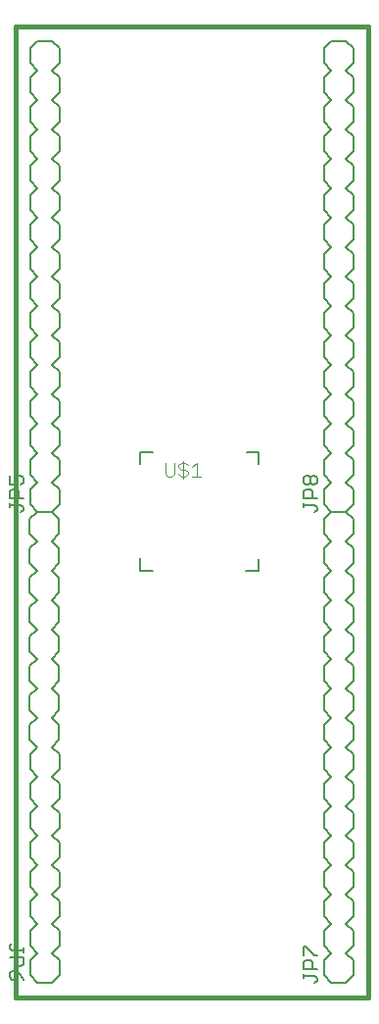
<source format=gko>
G75*
%MOIN*%
%OFA0B0*%
%FSLAX24Y24*%
%IPPOS*%
%LPD*%
%AMOC8*
5,1,8,0,0,1.08239X$1,22.5*
%
%ADD10C,0.0160*%
%ADD11C,0.0050*%
%ADD12C,0.0080*%
%ADD13C,0.0040*%
D10*
X000514Y000180D02*
X012514Y000180D01*
X012514Y033180D01*
X000514Y033180D01*
X000514Y000180D01*
D11*
X000470Y000783D02*
X000395Y000783D01*
X000319Y000858D01*
X000319Y001008D01*
X000394Y001083D01*
X000544Y001084D01*
X000545Y000859D01*
X000470Y000783D01*
X000695Y000934D02*
X000544Y001084D01*
X000544Y001244D02*
X000469Y001319D01*
X000468Y001544D01*
X000318Y001544D02*
X000769Y001544D01*
X000769Y001319D01*
X000694Y001244D01*
X000544Y001244D01*
X000695Y000934D02*
X000770Y000784D01*
X000768Y001705D02*
X000768Y001855D01*
X000768Y001780D02*
X000393Y001779D01*
X000318Y001854D01*
X000317Y001929D01*
X000392Y002004D01*
X000694Y016675D02*
X000769Y016750D01*
X000769Y016825D01*
X000694Y016900D01*
X000318Y016900D01*
X000318Y016825D02*
X000318Y016975D01*
X000318Y017135D02*
X000318Y017361D01*
X000393Y017436D01*
X000544Y017436D01*
X000619Y017361D01*
X000619Y017135D01*
X000769Y017135D02*
X000318Y017135D01*
X000318Y017596D02*
X000544Y017596D01*
X000469Y017746D01*
X000469Y017821D01*
X000544Y017896D01*
X000694Y017896D01*
X000769Y017821D01*
X000769Y017671D01*
X000694Y017596D01*
X000318Y017596D02*
X000318Y017896D01*
X004756Y018294D02*
X004756Y018314D01*
X005150Y018688D02*
X005169Y018688D01*
X008358Y014672D02*
X008378Y014672D01*
X008772Y015066D02*
X008772Y015086D01*
X010318Y016825D02*
X010318Y016975D01*
X010318Y016900D02*
X010694Y016900D01*
X010769Y016825D01*
X010769Y016750D01*
X010694Y016675D01*
X010769Y017135D02*
X010318Y017135D01*
X010318Y017361D01*
X010393Y017436D01*
X010544Y017436D01*
X010619Y017361D01*
X010619Y017135D01*
X010619Y017596D02*
X010544Y017671D01*
X010544Y017821D01*
X010619Y017896D01*
X010694Y017896D01*
X010769Y017821D01*
X010769Y017671D01*
X010694Y017596D01*
X010619Y017596D01*
X010544Y017671D02*
X010469Y017596D01*
X010393Y017596D01*
X010318Y017671D01*
X010318Y017821D01*
X010393Y017896D01*
X010469Y017896D01*
X010544Y017821D01*
X010393Y001896D02*
X010694Y001596D01*
X010769Y001596D01*
X010544Y001436D02*
X010619Y001361D01*
X010619Y001135D01*
X010769Y001135D02*
X010318Y001135D01*
X010318Y001361D01*
X010393Y001436D01*
X010544Y001436D01*
X010318Y001596D02*
X010318Y001896D01*
X010393Y001896D01*
X010318Y000975D02*
X010318Y000825D01*
X010318Y000900D02*
X010694Y000900D01*
X010769Y000825D01*
X010769Y000750D01*
X010694Y000675D01*
D12*
X011014Y000930D02*
X011014Y001430D01*
X011264Y001680D01*
X011014Y001930D01*
X011014Y002430D01*
X011264Y002680D01*
X011014Y002930D01*
X011014Y003430D01*
X011264Y003680D01*
X011014Y003930D01*
X011014Y004430D01*
X011264Y004680D01*
X011014Y004930D01*
X011014Y005430D01*
X011264Y005680D01*
X011014Y005930D01*
X011014Y006430D01*
X011264Y006680D01*
X011014Y006930D01*
X011014Y007430D01*
X011264Y007680D01*
X011014Y007930D01*
X011014Y008430D01*
X011264Y008680D01*
X011014Y008930D01*
X011014Y009430D01*
X011264Y009680D01*
X011014Y009930D01*
X011014Y010430D01*
X011264Y010680D01*
X011014Y010930D01*
X011014Y011430D01*
X011264Y011680D01*
X011014Y011930D01*
X011014Y012430D01*
X011264Y012680D01*
X011014Y012930D01*
X011014Y013430D01*
X011264Y013680D01*
X011014Y013930D01*
X011014Y014430D01*
X011264Y014680D01*
X011014Y014930D01*
X011014Y015430D01*
X011264Y015680D01*
X011014Y015930D01*
X011014Y016430D01*
X011264Y016680D01*
X011014Y016930D01*
X011014Y017430D01*
X011264Y017680D01*
X011014Y017930D01*
X011014Y018430D01*
X011264Y018680D01*
X011014Y018930D01*
X011014Y019430D01*
X011264Y019680D01*
X011014Y019930D01*
X011014Y020430D01*
X011264Y020680D01*
X011014Y020930D01*
X011014Y021430D01*
X011264Y021680D01*
X011014Y021930D01*
X011014Y022430D01*
X011264Y022680D01*
X011014Y022930D01*
X011014Y023430D01*
X011264Y023680D01*
X011014Y023930D01*
X011014Y024430D01*
X011264Y024680D01*
X011014Y024930D01*
X011014Y025430D01*
X011264Y025680D01*
X011014Y025930D01*
X011014Y026430D01*
X011264Y026680D01*
X011014Y026930D01*
X011014Y027430D01*
X011264Y027680D01*
X011014Y027930D01*
X011014Y028430D01*
X011264Y028680D01*
X011014Y028930D01*
X011014Y029430D01*
X011264Y029680D01*
X011014Y029930D01*
X011014Y030430D01*
X011264Y030680D01*
X011014Y030930D01*
X011014Y031430D01*
X011264Y031680D01*
X011014Y031930D01*
X011014Y032430D01*
X011264Y032680D01*
X011764Y032680D01*
X012014Y032430D01*
X012014Y031930D01*
X011764Y031680D01*
X012014Y031430D01*
X012014Y030930D01*
X011764Y030680D01*
X012014Y030430D01*
X012014Y029930D01*
X011764Y029680D01*
X012014Y029430D01*
X012014Y028930D01*
X011764Y028680D01*
X012014Y028430D01*
X012014Y027930D01*
X011764Y027680D01*
X012014Y027430D01*
X012014Y026930D01*
X011764Y026680D01*
X012014Y026430D01*
X012014Y025930D01*
X011764Y025680D01*
X012014Y025430D01*
X012014Y024930D01*
X011764Y024680D01*
X012014Y024430D01*
X012014Y023930D01*
X011764Y023680D01*
X012014Y023430D01*
X012014Y022930D01*
X011764Y022680D01*
X012014Y022430D01*
X012014Y021930D01*
X011764Y021680D01*
X012014Y021430D01*
X012014Y020930D01*
X011764Y020680D01*
X012014Y020430D01*
X012014Y019930D01*
X011764Y019680D01*
X012014Y019430D01*
X012014Y018930D01*
X011764Y018680D01*
X012014Y018430D01*
X012014Y017930D01*
X011764Y017680D01*
X012014Y017430D01*
X012014Y016930D01*
X011764Y016680D01*
X011264Y016680D01*
X011764Y016680D01*
X012014Y016430D01*
X012014Y015930D01*
X011764Y015680D01*
X012014Y015430D01*
X012014Y014930D01*
X011764Y014680D01*
X012014Y014430D01*
X012014Y013930D01*
X011764Y013680D01*
X012014Y013430D01*
X012014Y012930D01*
X011764Y012680D01*
X012014Y012430D01*
X012014Y011930D01*
X011764Y011680D01*
X012014Y011430D01*
X012014Y010930D01*
X011764Y010680D01*
X012014Y010430D01*
X012014Y009930D01*
X011764Y009680D01*
X012014Y009430D01*
X012014Y008930D01*
X011764Y008680D01*
X012014Y008430D01*
X012014Y007930D01*
X011764Y007680D01*
X012014Y007430D01*
X012014Y006930D01*
X011764Y006680D01*
X012014Y006430D01*
X012014Y005930D01*
X011764Y005680D01*
X012014Y005430D01*
X012014Y004930D01*
X011764Y004680D01*
X012014Y004430D01*
X012014Y003930D01*
X011764Y003680D01*
X012014Y003430D01*
X012014Y002930D01*
X011764Y002680D01*
X012014Y002430D01*
X012014Y001930D01*
X011764Y001680D01*
X012014Y001430D01*
X012014Y000930D01*
X011764Y000680D01*
X011264Y000680D01*
X011014Y000930D01*
X011264Y000680D02*
X011764Y000680D01*
X008772Y014672D02*
X008378Y014672D01*
X008772Y014672D02*
X008772Y015066D01*
X008772Y018294D02*
X008772Y018688D01*
X008398Y018688D01*
X011264Y016680D02*
X011764Y016680D01*
X011264Y016680D01*
X005169Y014672D02*
X004756Y014672D01*
X004756Y015105D01*
X004756Y018314D02*
X004756Y018688D01*
X005150Y018688D01*
X002014Y018930D02*
X001764Y018680D01*
X002014Y018430D01*
X002014Y017930D01*
X001764Y017680D01*
X002014Y017430D01*
X002014Y016930D01*
X001764Y016680D01*
X001264Y016680D01*
X001014Y016930D01*
X001014Y017430D01*
X001264Y017680D01*
X001014Y017930D01*
X001014Y018430D01*
X001264Y018680D01*
X001014Y018930D01*
X001014Y019430D01*
X001264Y019680D01*
X001014Y019930D01*
X001014Y020430D01*
X001264Y020680D01*
X001014Y020930D01*
X001014Y021430D01*
X001264Y021680D01*
X001014Y021930D01*
X001014Y022430D01*
X001264Y022680D01*
X001014Y022930D01*
X001014Y023430D01*
X001264Y023680D01*
X001014Y023930D01*
X001014Y024430D01*
X001264Y024680D01*
X001014Y024930D01*
X001014Y025430D01*
X001264Y025680D01*
X001014Y025930D01*
X001014Y026430D01*
X001264Y026680D01*
X001014Y026930D01*
X001014Y027430D01*
X001264Y027680D01*
X001014Y027930D01*
X001014Y028430D01*
X001264Y028680D01*
X001014Y028930D01*
X001014Y029430D01*
X001264Y029680D01*
X001014Y029930D01*
X001014Y030430D01*
X001264Y030680D01*
X001014Y030930D01*
X001014Y031430D01*
X001264Y031680D01*
X001014Y031930D01*
X001014Y032430D01*
X001264Y032680D01*
X001764Y032680D01*
X002014Y032430D01*
X002014Y031930D01*
X001764Y031680D01*
X002014Y031430D01*
X002014Y030930D01*
X001764Y030680D01*
X002014Y030430D01*
X002014Y029930D01*
X001764Y029680D01*
X002014Y029430D01*
X002014Y028930D01*
X001764Y028680D01*
X002014Y028430D01*
X002014Y027930D01*
X001764Y027680D01*
X002014Y027430D01*
X002014Y026930D01*
X001764Y026680D01*
X002014Y026430D01*
X002014Y025930D01*
X001764Y025680D01*
X002014Y025430D01*
X002014Y024930D01*
X001764Y024680D01*
X002014Y024430D01*
X002014Y023930D01*
X001764Y023680D01*
X002014Y023430D01*
X002014Y022930D01*
X001764Y022680D01*
X002014Y022430D01*
X002014Y021930D01*
X001764Y021680D01*
X002014Y021430D01*
X002014Y020930D01*
X001764Y020680D01*
X002014Y020430D01*
X002014Y019930D01*
X001764Y019680D01*
X002014Y019430D01*
X002014Y018930D01*
X001764Y016680D02*
X001264Y016680D01*
X001237Y016680D02*
X001737Y016680D01*
X001987Y016431D01*
X001988Y015931D01*
X001738Y015680D01*
X001989Y015431D01*
X001990Y014931D01*
X001740Y014680D01*
X001991Y014431D01*
X001992Y013931D01*
X001742Y013680D01*
X001992Y013431D01*
X001993Y012931D01*
X001744Y012680D01*
X001994Y012431D01*
X001995Y011931D01*
X001745Y011680D01*
X001996Y011431D01*
X001997Y010931D01*
X001747Y010680D01*
X001998Y010431D01*
X001999Y009931D01*
X001749Y009680D01*
X001999Y009431D01*
X002000Y008931D01*
X001751Y008680D01*
X002001Y008431D01*
X002002Y007931D01*
X001752Y007680D01*
X002003Y007431D01*
X002004Y006931D01*
X001754Y006680D01*
X002005Y006431D01*
X002005Y005931D01*
X001756Y005680D01*
X002006Y005431D01*
X002007Y004931D01*
X001758Y004680D01*
X002008Y004431D01*
X002009Y003931D01*
X001759Y003680D01*
X002010Y003431D01*
X002011Y002931D01*
X001761Y002680D01*
X002012Y002431D01*
X002012Y001931D01*
X001763Y001680D01*
X002013Y001431D01*
X002014Y000931D01*
X001765Y000680D01*
X001265Y000680D01*
X001014Y000929D01*
X001013Y001429D01*
X001263Y001680D01*
X001012Y001929D01*
X001012Y002429D01*
X001261Y002680D01*
X001011Y002929D01*
X001010Y003429D01*
X001259Y003680D01*
X001009Y003929D01*
X001008Y004429D01*
X001258Y004680D01*
X001007Y004929D01*
X001006Y005429D01*
X001256Y005680D01*
X001005Y005929D01*
X001005Y006429D01*
X001254Y006680D01*
X001004Y006929D01*
X001003Y007429D01*
X001252Y007680D01*
X001002Y007929D01*
X001001Y008429D01*
X001251Y008680D01*
X001000Y008929D01*
X000999Y009429D01*
X001249Y009680D01*
X000999Y009929D01*
X000998Y010429D01*
X001247Y010680D01*
X000997Y010929D01*
X000996Y011429D01*
X001245Y011680D01*
X000995Y011929D01*
X000994Y012429D01*
X001244Y012680D01*
X000993Y012929D01*
X000992Y013429D01*
X001242Y013680D01*
X000992Y013929D01*
X000991Y014429D01*
X001240Y014680D01*
X000990Y014929D01*
X000989Y015429D01*
X001238Y015680D01*
X000988Y015929D01*
X000987Y016429D01*
X001237Y016680D01*
X001737Y016680D01*
X001764Y032680D02*
X001264Y032680D01*
X011264Y032680D02*
X011764Y032680D01*
X001765Y000680D02*
X001265Y000680D01*
D13*
X005679Y017881D02*
X005603Y017958D01*
X005603Y018341D01*
X005679Y017881D02*
X005833Y017881D01*
X005910Y017958D01*
X005910Y018341D01*
X006063Y018265D02*
X006140Y018341D01*
X006293Y018341D01*
X006370Y018265D01*
X006523Y018188D02*
X006677Y018341D01*
X006677Y017881D01*
X006830Y017881D02*
X006523Y017881D01*
X006370Y017958D02*
X006370Y018035D01*
X006293Y018111D01*
X006140Y018111D01*
X006063Y018188D01*
X006063Y018265D01*
X006217Y018418D02*
X006217Y017804D01*
X006140Y017881D02*
X006293Y017881D01*
X006370Y017958D01*
X006140Y017881D02*
X006063Y017958D01*
M02*

</source>
